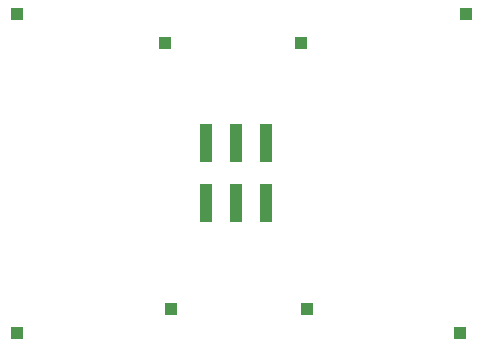
<source format=gbr>
%TF.GenerationSoftware,KiCad,Pcbnew,8.0.8*%
%TF.CreationDate,2025-04-07T01:24:50-03:00*%
%TF.ProjectId,Sao_Bomb,53616f5f-426f-46d6-922e-6b696361645f,rev?*%
%TF.SameCoordinates,Original*%
%TF.FileFunction,Soldermask,Bot*%
%TF.FilePolarity,Negative*%
%FSLAX46Y46*%
G04 Gerber Fmt 4.6, Leading zero omitted, Abs format (unit mm)*
G04 Created by KiCad (PCBNEW 8.0.8) date 2025-04-07 01:24:50*
%MOMM*%
%LPD*%
G01*
G04 APERTURE LIST*
%ADD10R,1.000000X1.000000*%
%ADD11R,1.041400X3.200400*%
G04 APERTURE END LIST*
D10*
%TO.C,J3*%
X130500000Y-82500000D03*
%TD*%
%TO.C,J7*%
X168500000Y-82500000D03*
%TD*%
%TO.C,J8*%
X155000000Y-107500000D03*
%TD*%
%TO.C,J2*%
X143000000Y-85000000D03*
%TD*%
%TO.C,J9*%
X168000000Y-109500000D03*
%TD*%
%TO.C,J4*%
X154500000Y-85000000D03*
%TD*%
%TO.C,J6*%
X143500000Y-107500000D03*
%TD*%
%TO.C,J5*%
X130500000Y-109500000D03*
%TD*%
D11*
%TO.C,J1*%
X151540000Y-93450002D03*
X151540000Y-98500000D03*
X149000000Y-93450002D03*
X149000000Y-98500000D03*
X146460000Y-93450002D03*
X146460000Y-98500000D03*
%TD*%
M02*

</source>
